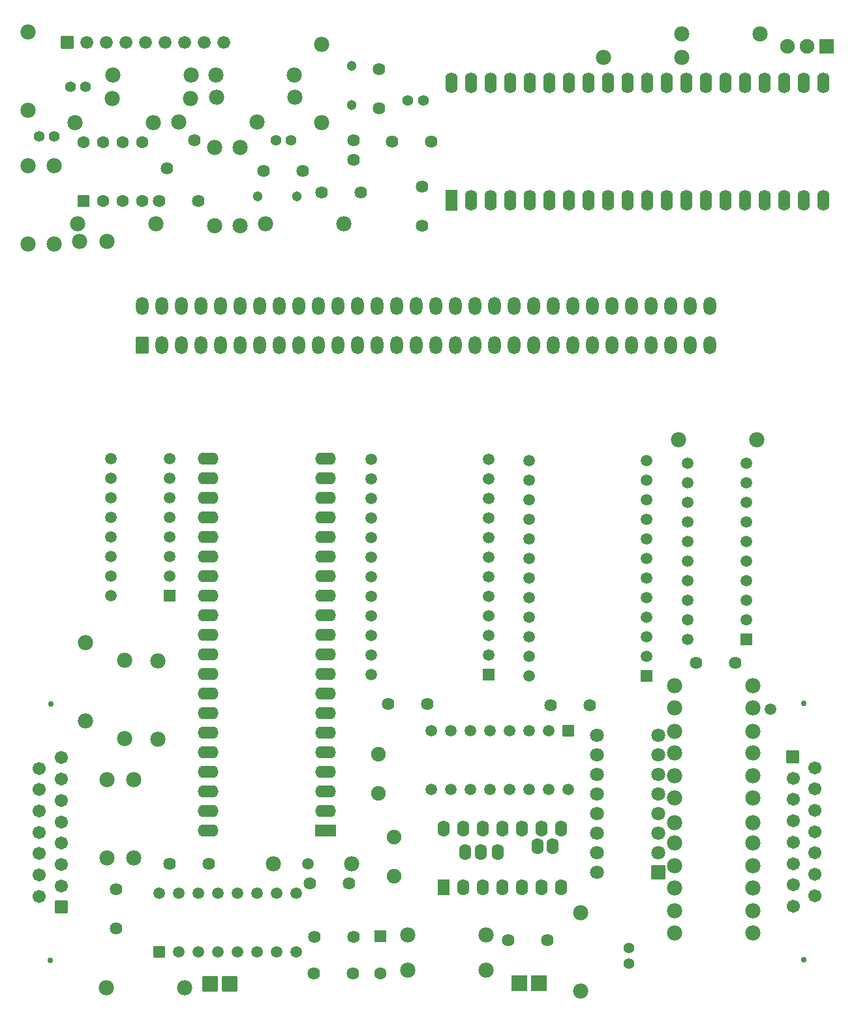
<source format=gts>
G04 Layer: TopSolderMaskLayer*
G04 EasyEDA v6.5.22, 2023-03-19 17:06:04*
G04 6de4cf73d5474d458a27f919fdc6bf28,a2f4cb7aa3704937908c5b59a0d1150c,10*
G04 Gerber Generator version 0.2*
G04 Scale: 100 percent, Rotated: No, Reflected: No *
G04 Dimensions in millimeters *
G04 leading zeros omitted , absolute positions ,4 integer and 5 decimal *
%FSLAX45Y45*%
%MOMM*%

%AMMACRO1*1,1,$1,$2,$3*1,1,$1,$4,$5*1,1,$1,0-$2,0-$3*1,1,$1,0-$4,0-$5*20,1,$1,$2,$3,$4,$5,0*20,1,$1,$4,$5,0-$2,0-$3,0*20,1,$1,0-$2,0-$3,0-$4,0-$5,0*20,1,$1,0-$4,0-$5,$2,$3,0*4,1,4,$2,$3,$4,$5,0-$2,0-$3,0-$4,0-$5,$2,$3,0*%
%ADD10C,1.6256*%
%ADD11C,1.9812*%
%ADD12MACRO1,0.1016X0.85X-0.85X-0.85X-0.85*%
%ADD13C,1.8016*%
%ADD14C,1.9016*%
%ADD15C,1.4016*%
%ADD16C,1.3016*%
%ADD17O,1.62306X2.3622*%
%ADD18MACRO1,0.2032X-0.7099X1.016X0.7099X1.016*%
%ADD19MACRO1,0.1016X-0.7874X0.7874X0.7874X0.7874*%
%ADD20C,1.6764*%
%ADD21MACRO1,0.1016X0.9652X0.9652X0.9652X-0.9652*%
%ADD22R,2.0320X2.0320*%
%ADD23C,1.7016*%
%ADD24MACRO1,0.1016X-0.8001X-0.8001X-0.8001X0.8001*%
%ADD25C,0.7516*%
%ADD26MACRO1,0.1016X0.8001X0.8001X0.8001X-0.8001*%
%ADD27O,1.9015964X1.9015964*%
%ADD28MACRO1,0.1016X-0.9X-0.9X-0.9X0.9*%
%ADD29O,2.7031949999999996X1.6031971999999999*%
%ADD30MACRO1,0.2032X1.25X-0.7X-1.25X-0.7*%
%ADD31O,1.6031971999999999X2.7031949999999996*%
%ADD32MACRO1,0.2032X-0.7X-1.25X-0.7X1.25*%
%ADD33R,1.4986X1.4986*%
%ADD34C,1.4986*%
%ADD35MACRO1,0.1016X-0.6985X0.6985X0.6985X0.6985*%
%ADD36MACRO1,0.1016X0.6985X-0.6985X-0.6985X-0.6985*%
%ADD37O,1.6015970000000002X2.1015960000000002*%
%ADD38MACRO1,0.1016X-0.75X-1X-0.75X1*%
%ADD39C,1.6016*%
%ADD40MACRO1,0.1016X-0.75X-0.75X-0.75X0.75*%
%ADD41MACRO1,0.1016X0.75X0.75X0.75X-0.75*%
%ADD42C,0.0130*%

%LPD*%
D10*
G01*
X7239000Y11645900D03*
G01*
X7239000Y11137900D03*
G01*
X6438900Y11569700D03*
G01*
X5930900Y11569700D03*
G01*
X4281703Y12244603D03*
G01*
X3922496Y11885396D03*
D11*
G01*
X7048500Y1473200D03*
G01*
X8064500Y1473200D03*
D10*
G01*
X5842000Y1905000D03*
G01*
X6350000Y1905000D03*
G01*
X5829300Y1435100D03*
G01*
X6337300Y1435100D03*
G01*
X8356600Y1866900D03*
G01*
X8864600Y1866900D03*
G01*
X4330700Y11455400D03*
G01*
X3822700Y11455400D03*
D11*
G01*
X2870200Y4711700D03*
G01*
X2870200Y5727700D03*
G01*
X3149600Y3949700D03*
G01*
X3149600Y2933700D03*
D10*
G01*
X6286500Y2603500D03*
G01*
X5778500Y2603500D03*
D12*
G01*
X10303005Y2743201D03*
D13*
G01*
X10303002Y2997200D03*
G01*
X10303002Y4267200D03*
G01*
X10303002Y4521200D03*
G01*
X10303002Y3251200D03*
G01*
X10303002Y3505200D03*
G01*
X10303002Y4013200D03*
G01*
X10303002Y3759200D03*
G01*
X9508997Y4521200D03*
G01*
X9508997Y4267200D03*
G01*
X9508997Y4013200D03*
G01*
X9508997Y3759200D03*
G01*
X9508997Y3505200D03*
G01*
X9508997Y3251200D03*
G01*
X9508997Y2997200D03*
G01*
X9508997Y2743200D03*
D14*
G01*
X6870700Y3200400D03*
G01*
X6870700Y2692400D03*
G01*
X6667500Y3771900D03*
G01*
X6667500Y4279900D03*
D15*
G01*
X2668600Y12941300D03*
G01*
X2868599Y12941300D03*
D16*
G01*
X5613400Y11518900D03*
G01*
X5105400Y11518900D03*
D15*
G01*
X2262200Y12293600D03*
G01*
X2462199Y12293600D03*
G01*
X9918700Y1563700D03*
G01*
X9918700Y1763699D03*
D16*
G01*
X6324600Y12700000D03*
G01*
X6324600Y13208000D03*
D10*
G01*
X6350000Y12242800D03*
G01*
X6350000Y11988800D03*
G01*
X5689600Y11849100D03*
G01*
X5181600Y11849100D03*
D15*
G01*
X5335600Y12242800D03*
G01*
X5535599Y12242800D03*
D10*
G01*
X9410700Y4914900D03*
G01*
X8902700Y4914900D03*
G01*
X7302500Y4927600D03*
G01*
X6794500Y4927600D03*
G01*
X7353300Y12230100D03*
G01*
X6845300Y12230100D03*
G01*
X4470400Y2857500D03*
G01*
X3962400Y2857500D03*
G01*
X11303000Y5461000D03*
G01*
X10795000Y5461000D03*
G01*
X3263900Y2527300D03*
G01*
X3263900Y2019300D03*
G01*
X6680200Y12661900D03*
G01*
X6680200Y13169900D03*
D15*
G01*
X7250099Y12763500D03*
G01*
X7050100Y12763500D03*
D17*
G01*
X4114800Y10096500D03*
G01*
X4114800Y9588500D03*
G01*
X3860800Y10096500D03*
G01*
X4368800Y10096500D03*
G01*
X4622800Y10096500D03*
G01*
X3606800Y10096500D03*
D18*
G01*
X3606800Y9588500D03*
D17*
G01*
X3860800Y9588500D03*
G01*
X4368800Y9588500D03*
G01*
X4622800Y9588500D03*
G01*
X4876800Y10096500D03*
G01*
X4876800Y9588500D03*
G01*
X5638800Y10096500D03*
G01*
X5638800Y9588500D03*
G01*
X5384800Y10096500D03*
G01*
X5892800Y10096500D03*
G01*
X6146800Y10096500D03*
G01*
X5130800Y10096500D03*
G01*
X5130800Y9588500D03*
G01*
X5384800Y9588500D03*
G01*
X5892800Y9588500D03*
G01*
X6146800Y9588500D03*
G01*
X6400800Y10096500D03*
G01*
X6400800Y9588500D03*
G01*
X7162800Y10096500D03*
G01*
X7162800Y9588500D03*
G01*
X6908800Y10096500D03*
G01*
X7416800Y10096500D03*
G01*
X7670800Y10096500D03*
G01*
X6654800Y10096500D03*
G01*
X6654800Y9588500D03*
G01*
X6908800Y9588500D03*
G01*
X7416800Y9588500D03*
G01*
X7670800Y9588500D03*
G01*
X7924800Y10096500D03*
G01*
X7924800Y9588500D03*
G01*
X8686800Y10096500D03*
G01*
X8686800Y9588500D03*
G01*
X8432800Y10096500D03*
G01*
X8940800Y10096500D03*
G01*
X9194800Y10096500D03*
G01*
X8178800Y10096500D03*
G01*
X8178800Y9588500D03*
G01*
X8432800Y9588500D03*
G01*
X8940800Y9588500D03*
G01*
X9194800Y9588500D03*
G01*
X9448800Y10096500D03*
G01*
X9448800Y9588500D03*
G01*
X10210800Y10096500D03*
G01*
X10210800Y9588500D03*
G01*
X9956800Y10096500D03*
G01*
X10464800Y10096500D03*
G01*
X10718800Y10096500D03*
G01*
X9702800Y10096500D03*
G01*
X9702800Y9588500D03*
G01*
X9956800Y9588500D03*
G01*
X10464800Y9588500D03*
G01*
X10718800Y9588500D03*
G01*
X10972800Y10096500D03*
G01*
X10972800Y9588500D03*
D19*
G01*
X2628900Y13512800D03*
D20*
G01*
X2882900Y13512800D03*
G01*
X3136900Y13512800D03*
G01*
X3390900Y13512800D03*
G01*
X3644900Y13512800D03*
G01*
X3898900Y13512800D03*
G01*
X4152900Y13512800D03*
G01*
X4406900Y13512800D03*
G01*
X4660900Y13512800D03*
D21*
G01*
X4483100Y1295400D03*
G01*
X4737100Y1295400D03*
D22*
G01*
X8750300Y1308100D03*
G01*
X8496300Y1308100D03*
D11*
G01*
X4559300Y13093700D03*
G01*
X5575300Y13093700D03*
G01*
X5930900Y12471400D03*
G01*
X5930900Y13487400D03*
D23*
G01*
X12052045Y2307081D03*
G01*
X12052045Y2583942D03*
G01*
X12052045Y2861055D03*
G01*
X12052045Y3137915D03*
G01*
X12052045Y3415029D03*
G01*
X12052045Y3691889D03*
G01*
X12052045Y3969004D03*
D24*
G01*
X12048515Y4244289D03*
D23*
G01*
X12336272Y2443987D03*
G01*
X12336272Y2720847D03*
G01*
X12336272Y2997962D03*
G01*
X12336272Y3274821D03*
G01*
X12336272Y3551936D03*
G01*
X12336272Y3828795D03*
G01*
X12336272Y4105910D03*
D25*
G01*
X12191238Y4940300D03*
G01*
X12190729Y1610360D03*
D23*
G01*
X2552954Y4233418D03*
G01*
X2552954Y3956557D03*
G01*
X2552954Y3679444D03*
G01*
X2552954Y3402584D03*
G01*
X2552954Y3125470D03*
G01*
X2552954Y2848610D03*
G01*
X2552954Y2571495D03*
D26*
G01*
X2556484Y2296210D03*
D23*
G01*
X2268727Y4096512D03*
G01*
X2268727Y3819652D03*
G01*
X2268727Y3542537D03*
G01*
X2268727Y3265678D03*
G01*
X2268727Y2988563D03*
G01*
X2268727Y2711704D03*
G01*
X2268727Y2434589D03*
D25*
G01*
X2413761Y1600200D03*
G01*
X2414270Y4930139D03*
D27*
G01*
X11976100Y13462000D03*
G01*
X12230100Y13462000D03*
D28*
G01*
X12484100Y13462000D03*
D11*
G01*
X7048500Y1930400D03*
G01*
X8064500Y1930400D03*
G01*
X6324600Y2857500D03*
G01*
X5308600Y2857500D03*
G01*
X3378200Y4483100D03*
G01*
X3378200Y5499100D03*
G01*
X3810000Y4470400D03*
G01*
X3810000Y5486400D03*
G01*
X5207000Y11163300D03*
G01*
X6223000Y11163300D03*
G01*
X10604500Y13322300D03*
G01*
X9588500Y13322300D03*
G01*
X4876800Y11137900D03*
G01*
X4876800Y12153900D03*
G01*
X4546600Y11137900D03*
G01*
X4546600Y12153900D03*
G01*
X2120900Y13652500D03*
G01*
X2120900Y12636500D03*
G01*
X4229100Y12788900D03*
G01*
X3213100Y12788900D03*
G01*
X2120900Y10896600D03*
G01*
X2120900Y11912600D03*
G01*
X2463800Y10896600D03*
G01*
X2463800Y11912600D03*
G01*
X3784600Y11163300D03*
G01*
X2768600Y11163300D03*
G01*
X2730500Y12471400D03*
G01*
X3746500Y12471400D03*
G01*
X5588000Y12801600D03*
G01*
X4572000Y12801600D03*
G01*
X4076700Y12484100D03*
G01*
X5092700Y12484100D03*
G01*
X11531600Y4572000D03*
G01*
X10515600Y4572000D03*
G01*
X3492500Y2933700D03*
G01*
X3492500Y3949700D03*
G01*
X11531600Y4000500D03*
G01*
X10515600Y4000500D03*
G01*
X11531600Y1955800D03*
G01*
X10515600Y1955800D03*
G01*
X11531600Y5168900D03*
G01*
X10515600Y5168900D03*
G01*
X11531600Y4876800D03*
G01*
X10515600Y4876800D03*
G01*
X11531600Y4292600D03*
G01*
X10515600Y4292600D03*
G01*
X11531600Y3708400D03*
G01*
X10515600Y3708400D03*
G01*
X11531600Y3390900D03*
G01*
X10515600Y3390900D03*
G01*
X11531600Y3124200D03*
G01*
X10515600Y3124200D03*
G01*
X11531600Y2540000D03*
G01*
X10515600Y2540000D03*
G01*
X11531600Y2247900D03*
G01*
X10515600Y2247900D03*
G01*
X11531600Y2832100D03*
G01*
X10515600Y2832100D03*
G01*
X3225800Y13093700D03*
G01*
X4241800Y13093700D03*
G01*
X11620500Y13627100D03*
G01*
X10604500Y13627100D03*
G01*
X9296400Y2222500D03*
G01*
X9296400Y1206500D03*
G01*
X10566400Y8356600D03*
G01*
X11582400Y8356600D03*
G01*
X4152900Y1244600D03*
G01*
X3136900Y1244600D03*
D29*
G01*
X4457700Y3289300D03*
G01*
X4457700Y3543300D03*
G01*
X4457700Y3797300D03*
G01*
X4457700Y4051300D03*
G01*
X4457700Y4305300D03*
G01*
X4457700Y4559300D03*
G01*
X4457700Y4813300D03*
G01*
X4457700Y5067300D03*
G01*
X4457700Y5321300D03*
G01*
X4457700Y5575300D03*
G01*
X4457700Y5829300D03*
G01*
X4457700Y6083300D03*
G01*
X4457700Y6337300D03*
G01*
X4457700Y6591300D03*
G01*
X4457700Y6845300D03*
G01*
X4457700Y7099300D03*
G01*
X4457700Y7353300D03*
G01*
X4457700Y7607300D03*
G01*
X4457700Y7861300D03*
G01*
X4457700Y8115300D03*
G01*
X5981700Y8115300D03*
G01*
X5981700Y7861300D03*
G01*
X5981700Y7607300D03*
G01*
X5981700Y7353300D03*
G01*
X5981700Y7099300D03*
G01*
X5981700Y6845300D03*
G01*
X5981700Y6591300D03*
G01*
X5981700Y6337300D03*
G01*
X5981700Y6083300D03*
G01*
X5981700Y5829300D03*
G01*
X5981700Y5575300D03*
G01*
X5981700Y5321300D03*
G01*
X5981700Y5067300D03*
G01*
X5981700Y4813300D03*
G01*
X5981700Y4559300D03*
G01*
X5981700Y4305300D03*
G01*
X5981700Y4051300D03*
G01*
X5981700Y3797300D03*
G01*
X5981700Y3543300D03*
D30*
G01*
X5981700Y3289300D03*
D31*
G01*
X7620000Y12992100D03*
G01*
X7874000Y12992100D03*
G01*
X8128000Y12992100D03*
G01*
X8382000Y12992100D03*
G01*
X8636000Y12992100D03*
G01*
X8890000Y12992100D03*
G01*
X9144000Y12992100D03*
G01*
X9398000Y12992100D03*
G01*
X9652000Y12992100D03*
G01*
X9906000Y12992100D03*
G01*
X10160000Y12992100D03*
G01*
X10414000Y12992100D03*
G01*
X10668000Y12992100D03*
G01*
X10922000Y12992100D03*
G01*
X11176000Y12992100D03*
G01*
X11430000Y12992100D03*
G01*
X11684000Y12992100D03*
G01*
X11938000Y12992100D03*
G01*
X12192000Y12992100D03*
G01*
X12446000Y12992100D03*
G01*
X12446000Y11468100D03*
G01*
X12192000Y11468100D03*
G01*
X11938000Y11468100D03*
G01*
X11684000Y11468100D03*
G01*
X11430000Y11468100D03*
G01*
X11176000Y11468100D03*
G01*
X10922000Y11468100D03*
G01*
X10668000Y11468100D03*
G01*
X10414000Y11468100D03*
G01*
X10160000Y11468100D03*
G01*
X9906000Y11468100D03*
G01*
X9652000Y11468100D03*
G01*
X9398000Y11468100D03*
G01*
X9144000Y11468100D03*
G01*
X8890000Y11468100D03*
G01*
X8636000Y11468100D03*
G01*
X8382000Y11468100D03*
G01*
X8128000Y11468100D03*
G01*
X7874000Y11468100D03*
D32*
G01*
X7620000Y11468100D03*
D33*
G01*
X3962400Y6337300D03*
D34*
G01*
X3962400Y6591300D03*
G01*
X3962400Y6845300D03*
G01*
X3962400Y7099300D03*
G01*
X3962400Y7353300D03*
G01*
X3962400Y7607300D03*
G01*
X3962400Y7861300D03*
G01*
X3962400Y8115300D03*
G01*
X3200400Y8115300D03*
G01*
X3200400Y7861300D03*
G01*
X3200400Y7607300D03*
G01*
X3200400Y7353300D03*
G01*
X3200400Y7099300D03*
G01*
X3200400Y6845300D03*
G01*
X3200400Y6591300D03*
G01*
X3200400Y6337300D03*
D33*
G01*
X11442700Y5765800D03*
D34*
G01*
X11442700Y6019800D03*
G01*
X11442700Y6273800D03*
G01*
X11442700Y6527800D03*
G01*
X11442700Y6781800D03*
G01*
X11442700Y7035800D03*
G01*
X11442700Y7289800D03*
G01*
X11442700Y7543800D03*
G01*
X11442700Y7797800D03*
G01*
X11442700Y8051800D03*
G01*
X10680700Y8051800D03*
G01*
X10680700Y7797800D03*
G01*
X10680700Y7543800D03*
G01*
X10680700Y7289800D03*
G01*
X10680700Y7035800D03*
G01*
X10680700Y6781800D03*
G01*
X10680700Y6527800D03*
G01*
X10680700Y6273800D03*
G01*
X10680700Y6019800D03*
G01*
X10680700Y5765800D03*
D33*
G01*
X8102600Y5308600D03*
D34*
G01*
X8102600Y5562600D03*
G01*
X8102600Y5816600D03*
G01*
X8102600Y6070600D03*
G01*
X8102600Y6324600D03*
G01*
X8102600Y6578600D03*
G01*
X8102600Y6832600D03*
G01*
X8102600Y7086600D03*
G01*
X8102600Y7340600D03*
G01*
X8102600Y7594600D03*
G01*
X8102600Y7848600D03*
G01*
X8102600Y8102600D03*
G01*
X6578600Y8102600D03*
G01*
X6578600Y7848600D03*
G01*
X6578600Y7594600D03*
G01*
X6578600Y7340600D03*
G01*
X6578600Y7086600D03*
G01*
X6578600Y6832600D03*
G01*
X6578600Y6578600D03*
G01*
X6578600Y6324600D03*
G01*
X6578600Y6070600D03*
G01*
X6578600Y5816600D03*
G01*
X6578600Y5562600D03*
G01*
X6578600Y5308600D03*
D33*
G01*
X10147300Y5295900D03*
D34*
G01*
X10147300Y5549900D03*
G01*
X10147300Y5803900D03*
G01*
X10147300Y6057900D03*
G01*
X10147300Y6311900D03*
G01*
X10147300Y6565900D03*
G01*
X10147300Y6819900D03*
G01*
X10147300Y7073900D03*
G01*
X10147300Y7327900D03*
G01*
X10147300Y7581900D03*
G01*
X10147300Y7835900D03*
G01*
X10147300Y8089900D03*
G01*
X8623300Y8089900D03*
G01*
X8623300Y7835900D03*
G01*
X8623300Y7581900D03*
G01*
X8623300Y7327900D03*
G01*
X8623300Y7073900D03*
G01*
X8623300Y6819900D03*
G01*
X8623300Y6565900D03*
G01*
X8623300Y6311900D03*
G01*
X8623300Y6057900D03*
G01*
X8623300Y5803900D03*
G01*
X8623300Y5549900D03*
G01*
X8623300Y5295900D03*
D35*
G01*
X3822700Y1714500D03*
D34*
G01*
X4076700Y1714500D03*
G01*
X4330700Y1714500D03*
G01*
X4584700Y1714500D03*
G01*
X4838700Y1714500D03*
G01*
X5092700Y1714500D03*
G01*
X5346700Y1714500D03*
G01*
X5600700Y1714500D03*
G01*
X5600700Y2476500D03*
G01*
X5346700Y2476500D03*
G01*
X5092700Y2476500D03*
G01*
X4838700Y2476500D03*
G01*
X4584700Y2476500D03*
G01*
X4330700Y2476500D03*
G01*
X4076700Y2476500D03*
G01*
X3822700Y2476500D03*
D36*
G01*
X9131300Y4584700D03*
D34*
G01*
X8877300Y4584700D03*
G01*
X8623300Y4584700D03*
G01*
X8369300Y4584700D03*
G01*
X8115300Y4584700D03*
G01*
X7861300Y4584700D03*
G01*
X7607300Y4584700D03*
G01*
X7353300Y4584700D03*
G01*
X7353300Y3822700D03*
G01*
X7607300Y3822700D03*
G01*
X7861300Y3822700D03*
G01*
X8115300Y3822700D03*
G01*
X8369300Y3822700D03*
G01*
X8623300Y3822700D03*
G01*
X8877300Y3822700D03*
G01*
X9131300Y3822700D03*
D37*
G01*
X9042400Y3314700D03*
G01*
X8788400Y3314700D03*
G01*
X8534400Y3314700D03*
G01*
X8280400Y3314700D03*
G01*
X8026400Y3314700D03*
G01*
X7772400Y3314700D03*
G01*
X7518400Y3314700D03*
G01*
X9042400Y2552700D03*
G01*
X8788400Y2552700D03*
G01*
X8534400Y2552700D03*
G01*
X8280400Y2552700D03*
G01*
X8026400Y2552700D03*
G01*
X7772400Y2552700D03*
D38*
G01*
X7518400Y2552700D03*
D39*
G01*
X3606800Y12217400D03*
G01*
X3352800Y12217400D03*
G01*
X3098800Y12217400D03*
G01*
X2844800Y12217400D03*
G01*
X3606800Y11455400D03*
G01*
X3352800Y11455400D03*
G01*
X3098800Y11455400D03*
D40*
G01*
X2844800Y11455400D03*
D41*
G01*
X6692898Y1920398D03*
D39*
G01*
X6692900Y1432407D03*
D34*
G01*
X11760200Y4864100D03*
G01*
X5753100Y2857500D03*
G01*
X6286500Y2603500D03*
D11*
G01*
X3149600Y10934700D03*
G01*
X2794000Y10934700D03*
D37*
G01*
X7797800Y3009900D03*
G01*
X8001000Y3009900D03*
G01*
X8216900Y3009900D03*
G01*
X8737600Y3086100D03*
G01*
X8928100Y3086100D03*
M02*

</source>
